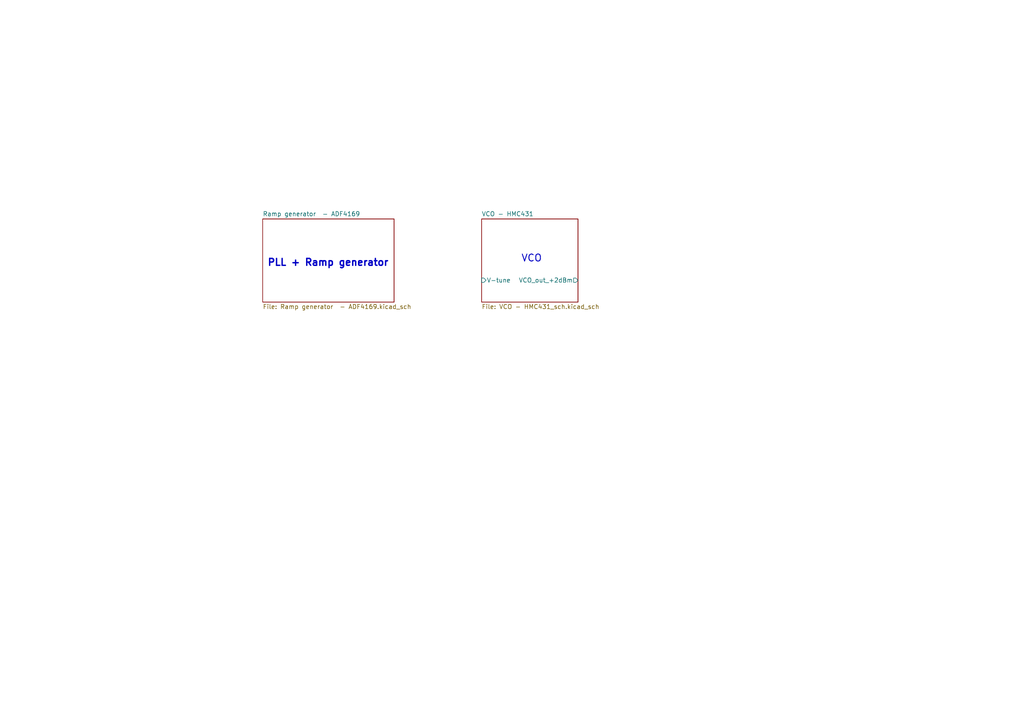
<source format=kicad_sch>
(kicad_sch (version 20211123) (generator eeschema)
  (paper "A4")
  (lib_symbols)
  (text "VCO" (at 151.13 76.2 0) (effects (font (size 2 2) (thickness 0.254) bold) (justify left bottom)))
  (text "PLL + Ramp generator " (at 77.47 77.47 0) (effects (font (size 2 2) bold) (justify left bottom)))
  (sheet (at 139.7 63.5) (size 27.94 24.13) (stroke (width 0.1524))
    (property "Sheet name" "VCO - HMC431" (at 139.7 62.7884 0) (effects (justify left bottom)))
    (property "Sheet file" "VCO - HMC431_sch.kicad_sch" (at 139.7 88.2146 0) (effects (justify left top)))
    (pin "VCO_out_+2dBm" output (at 167.64 81.28 0))
    (pin "V-tune" input (at 139.7 81.28 180))
  )
  (sheet (at 76.2 63.5) (size 38.1 24.13) (stroke (width 0.1524))
    (property "Sheet name" "Ramp generator  - ADF4169" (at 76.2 62.7884 0) (effects (justify left bottom)))
    (property "Sheet file" "Ramp generator  - ADF4169.kicad_sch" (at 76.2 88.2146 0) (effects (justify left top)))
  )
)
</source>
